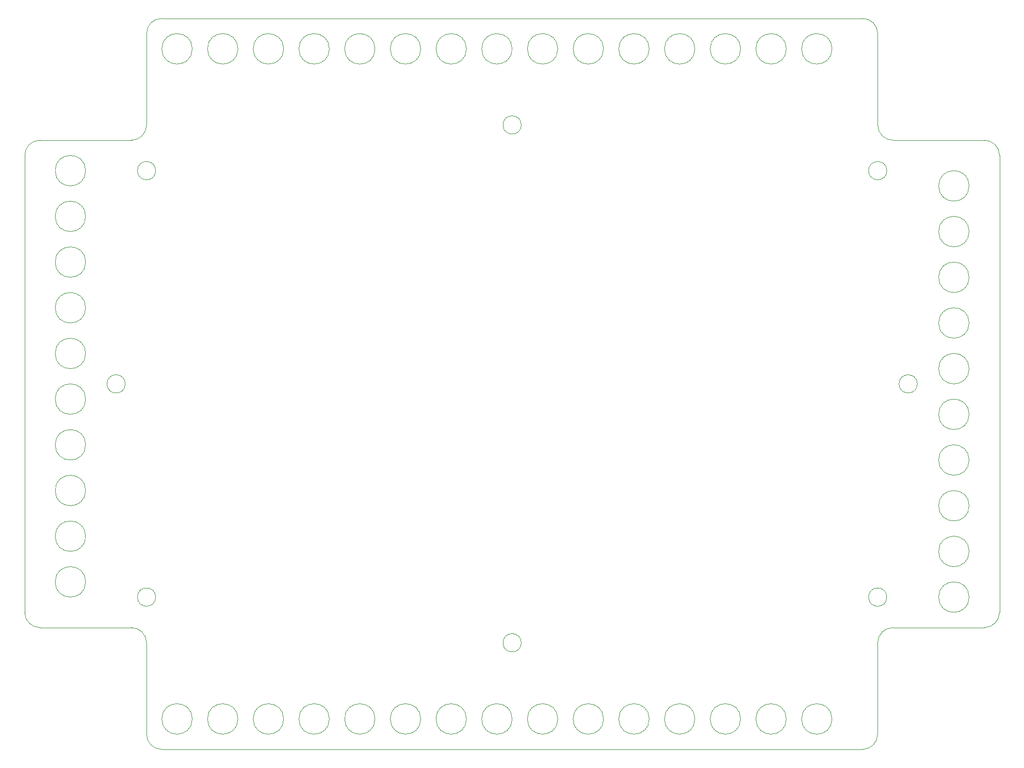
<source format=gbr>
%TF.GenerationSoftware,KiCad,Pcbnew,(5.99.0-12255-gad1ee958b0)*%
%TF.CreationDate,2022-02-21T16:33:45+02:00*%
%TF.ProjectId,esp32-ledstrip-driver,65737033-322d-46c6-9564-73747269702d,rev?*%
%TF.SameCoordinates,Original*%
%TF.FileFunction,Profile,NP*%
%FSLAX46Y46*%
G04 Gerber Fmt 4.6, Leading zero omitted, Abs format (unit mm)*
G04 Created by KiCad (PCBNEW (5.99.0-12255-gad1ee958b0)) date 2022-02-21 16:33:45*
%MOMM*%
%LPD*%
G01*
G04 APERTURE LIST*
%TA.AperFunction,Profile*%
%ADD10C,0.100000*%
%TD*%
G04 APERTURE END LIST*
D10*
X40000000Y-57500000D02*
X40000000Y-132500000D01*
X142500000Y-40000000D02*
G75*
G03*
X142500000Y-40000000I-2500000J0D01*
G01*
X50000000Y-105000000D02*
G75*
G03*
X50000000Y-105000000I-2500000J0D01*
G01*
X50000000Y-127500000D02*
G75*
G03*
X50000000Y-127500000I-2500000J0D01*
G01*
X82500000Y-40000000D02*
G75*
G03*
X82500000Y-40000000I-2500000J0D01*
G01*
X42500000Y-135000000D02*
G75*
G02*
X40000000Y-132500000I0J2500000D01*
G01*
X200000000Y-132500000D02*
G75*
G02*
X197500000Y-135000000I-2500000J0D01*
G01*
X120000000Y-40000000D02*
G75*
G03*
X120000000Y-40000000I-2500000J0D01*
G01*
X50000000Y-67500000D02*
G75*
G03*
X50000000Y-67500000I-2500000J0D01*
G01*
X50000000Y-112500000D02*
G75*
G03*
X50000000Y-112500000I-2500000J0D01*
G01*
X105000000Y-40000000D02*
G75*
G03*
X105000000Y-40000000I-2500000J0D01*
G01*
X165000000Y-40000000D02*
G75*
G03*
X165000000Y-40000000I-2500000J0D01*
G01*
X197500000Y-55000000D02*
X182500000Y-55000000D01*
X180000000Y-152500000D02*
X180000000Y-137500000D01*
X180000000Y-52500000D02*
X180000000Y-37500000D01*
X42500000Y-55000000D02*
X57500000Y-55000000D01*
X40000000Y-57500000D02*
G75*
G02*
X42500000Y-55000000I2500000J0D01*
G01*
X50000000Y-120000000D02*
G75*
G03*
X50000000Y-120000000I-2500000J0D01*
G01*
X181500000Y-60000000D02*
G75*
G03*
X181500000Y-60000000I-1500000J0D01*
G01*
X97500000Y-40000000D02*
G75*
G03*
X97500000Y-40000000I-2500000J0D01*
G01*
X105000000Y-150000000D02*
G75*
G03*
X105000000Y-150000000I-2500000J0D01*
G01*
X195000000Y-100000000D02*
G75*
G03*
X195000000Y-100000000I-2500000J0D01*
G01*
X97500000Y-150000000D02*
G75*
G03*
X97500000Y-150000000I-2500000J0D01*
G01*
X67500000Y-150000000D02*
G75*
G03*
X67500000Y-150000000I-2500000J0D01*
G01*
X177500000Y-35000000D02*
G75*
G02*
X180000000Y-37500000I0J-2500000D01*
G01*
X195000000Y-62500000D02*
G75*
G03*
X195000000Y-62500000I-2500000J0D01*
G01*
X200000000Y-57500000D02*
X200000000Y-132500000D01*
X182500000Y-135000000D02*
X197500000Y-135000000D01*
X50000000Y-90000000D02*
G75*
G03*
X50000000Y-90000000I-2500000J0D01*
G01*
X112500000Y-40000000D02*
G75*
G03*
X112500000Y-40000000I-2500000J0D01*
G01*
X195000000Y-70000000D02*
G75*
G03*
X195000000Y-70000000I-2500000J0D01*
G01*
X157500000Y-150000000D02*
G75*
G03*
X157500000Y-150000000I-2500000J0D01*
G01*
X120000000Y-150000000D02*
G75*
G03*
X120000000Y-150000000I-2500000J0D01*
G01*
X142500000Y-150000000D02*
G75*
G03*
X142500000Y-150000000I-2500000J0D01*
G01*
X56500000Y-95000000D02*
G75*
G03*
X56500000Y-95000000I-1500000J0D01*
G01*
X127500000Y-150000000D02*
G75*
G03*
X127500000Y-150000000I-2500000J0D01*
G01*
X121500000Y-137500000D02*
G75*
G03*
X121500000Y-137500000I-1500000J0D01*
G01*
X90000000Y-150000000D02*
G75*
G03*
X90000000Y-150000000I-2500000J0D01*
G01*
X150000000Y-150000000D02*
G75*
G03*
X150000000Y-150000000I-2500000J0D01*
G01*
X82500000Y-150000000D02*
G75*
G03*
X82500000Y-150000000I-2500000J0D01*
G01*
X195000000Y-77500000D02*
G75*
G03*
X195000000Y-77500000I-2500000J0D01*
G01*
X172500000Y-150000000D02*
G75*
G03*
X172500000Y-150000000I-2500000J0D01*
G01*
X62500000Y-155000000D02*
X177500000Y-155000000D01*
X50000000Y-60000000D02*
G75*
G03*
X50000000Y-60000000I-2500000J0D01*
G01*
X61500000Y-60000000D02*
G75*
G03*
X61500000Y-60000000I-1500000J0D01*
G01*
X60000000Y-52500000D02*
X60000000Y-37500000D01*
X182500000Y-135000000D02*
G75*
G03*
X180000000Y-137500000I0J-2500000D01*
G01*
X121500000Y-52500000D02*
G75*
G03*
X121500000Y-52500000I-1500000J0D01*
G01*
X135000000Y-40000000D02*
G75*
G03*
X135000000Y-40000000I-2500000J0D01*
G01*
X195000000Y-92500000D02*
G75*
G03*
X195000000Y-92500000I-2500000J0D01*
G01*
X57500000Y-135000000D02*
X42500000Y-135000000D01*
X195000000Y-130000000D02*
G75*
G03*
X195000000Y-130000000I-2500000J0D01*
G01*
X60000000Y-52500000D02*
G75*
G02*
X57500000Y-55000000I-2500000J0D01*
G01*
X112500000Y-150000000D02*
G75*
G03*
X112500000Y-150000000I-2500000J0D01*
G01*
X177500000Y-35000000D02*
X62500000Y-35000000D01*
X61500000Y-130000000D02*
G75*
G03*
X61500000Y-130000000I-1500000J0D01*
G01*
X62500000Y-35000000D02*
G75*
G03*
X60000000Y-37500000I0J-2500000D01*
G01*
X50000000Y-97500000D02*
G75*
G03*
X50000000Y-97500000I-2500000J0D01*
G01*
X195000000Y-115000000D02*
G75*
G03*
X195000000Y-115000000I-2500000J0D01*
G01*
X90000000Y-40000000D02*
G75*
G03*
X90000000Y-40000000I-2500000J0D01*
G01*
X50000000Y-82500000D02*
G75*
G03*
X50000000Y-82500000I-2500000J0D01*
G01*
X195000000Y-107500000D02*
G75*
G03*
X195000000Y-107500000I-2500000J0D01*
G01*
X195000000Y-85000000D02*
G75*
G03*
X195000000Y-85000000I-2500000J0D01*
G01*
X182500000Y-55000000D02*
G75*
G02*
X180000000Y-52500000I0J2500000D01*
G01*
X172500000Y-40000000D02*
G75*
G03*
X172500000Y-40000000I-2500000J0D01*
G01*
X197500000Y-55000000D02*
G75*
G02*
X200000000Y-57500000I0J-2500000D01*
G01*
X165000000Y-150000000D02*
G75*
G03*
X165000000Y-150000000I-2500000J0D01*
G01*
X50000000Y-75000000D02*
G75*
G03*
X50000000Y-75000000I-2500000J0D01*
G01*
X62500000Y-155000000D02*
G75*
G02*
X60000000Y-152500000I0J2500000D01*
G01*
X75000000Y-150000000D02*
G75*
G03*
X75000000Y-150000000I-2500000J0D01*
G01*
X127500000Y-40000000D02*
G75*
G03*
X127500000Y-40000000I-2500000J0D01*
G01*
X150000000Y-40000000D02*
G75*
G03*
X150000000Y-40000000I-2500000J0D01*
G01*
X181500000Y-130000000D02*
G75*
G03*
X181500000Y-130000000I-1500000J0D01*
G01*
X75000000Y-40000000D02*
G75*
G03*
X75000000Y-40000000I-2500000J0D01*
G01*
X180000000Y-152500000D02*
G75*
G02*
X177500000Y-155000000I-2500000J0D01*
G01*
X135000000Y-150000000D02*
G75*
G03*
X135000000Y-150000000I-2500000J0D01*
G01*
X67500000Y-40000000D02*
G75*
G03*
X67500000Y-40000000I-2500000J0D01*
G01*
X195000000Y-122500000D02*
G75*
G03*
X195000000Y-122500000I-2500000J0D01*
G01*
X157500000Y-40000000D02*
G75*
G03*
X157500000Y-40000000I-2500000J0D01*
G01*
X60000000Y-152500000D02*
X60000000Y-137500000D01*
X186500000Y-95000000D02*
G75*
G03*
X186500000Y-95000000I-1500000J0D01*
G01*
X60000000Y-137500000D02*
G75*
G03*
X57500000Y-135000000I-2500000J0D01*
G01*
M02*

</source>
